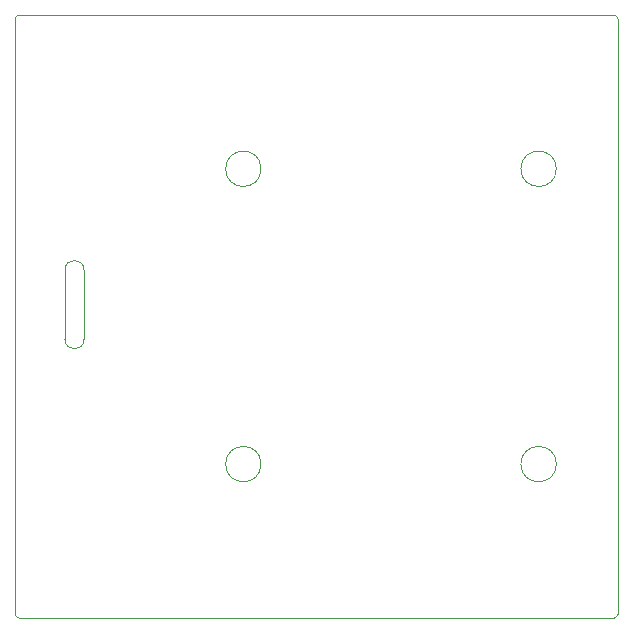
<source format=gbr>
G04 #@! TF.GenerationSoftware,KiCad,Pcbnew,(5.1.5-0-10_14)*
G04 #@! TF.CreationDate,2020-10-05T14:30:26+02:00*
G04 #@! TF.ProjectId,HB-RC-4-Dis-TH,48422d52-432d-4342-9d44-69732d54482e,rev?*
G04 #@! TF.SameCoordinates,Original*
G04 #@! TF.FileFunction,Profile,NP*
%FSLAX46Y46*%
G04 Gerber Fmt 4.6, Leading zero omitted, Abs format (unit mm)*
G04 Created by KiCad (PCBNEW (5.1.5-0-10_14)) date 2020-10-05 14:30:26*
%MOMM*%
%LPD*%
G04 APERTURE LIST*
%ADD10C,0.050000*%
%ADD11C,0.120000*%
G04 APERTURE END LIST*
D10*
X19640000Y-40880000D02*
G75*
G02X18040000Y-40880000I-800000J0D01*
G01*
X18040000Y-34980000D02*
G75*
G02X19640000Y-34980000I800000J0D01*
G01*
X14140000Y-64430000D02*
G75*
G02X13840000Y-64130000I0J300000D01*
G01*
X64840000Y-64130000D02*
G75*
G02X64540000Y-64430000I-300000J0D01*
G01*
X64540000Y-13430000D02*
G75*
G02X64840000Y-13730000I0J-300000D01*
G01*
X13840000Y-13730000D02*
G75*
G02X14140000Y-13430000I300000J0D01*
G01*
X64840000Y-64130000D02*
X64840000Y-44490000D01*
X64840000Y-13730000D02*
X64840000Y-44490000D01*
X13840000Y-64130000D02*
X13840000Y-44490000D01*
X13840000Y-13730000D02*
X13840000Y-44490000D01*
X18040000Y-40880000D02*
X18040000Y-34980000D01*
X19640000Y-34980000D02*
X19640000Y-40880000D01*
D11*
X34640000Y-51430000D02*
G75*
G03X34640000Y-51430000I-1500000J0D01*
G01*
X59640000Y-51430000D02*
G75*
G03X59640000Y-51430000I-1500000J0D01*
G01*
X34640000Y-26430000D02*
G75*
G03X34640000Y-26430000I-1500000J0D01*
G01*
X59640000Y-26430000D02*
G75*
G03X59640000Y-26430000I-1500000J0D01*
G01*
D10*
X14140000Y-13430000D02*
X64540000Y-13430000D01*
X64540000Y-64430000D02*
X14140000Y-64430000D01*
M02*

</source>
